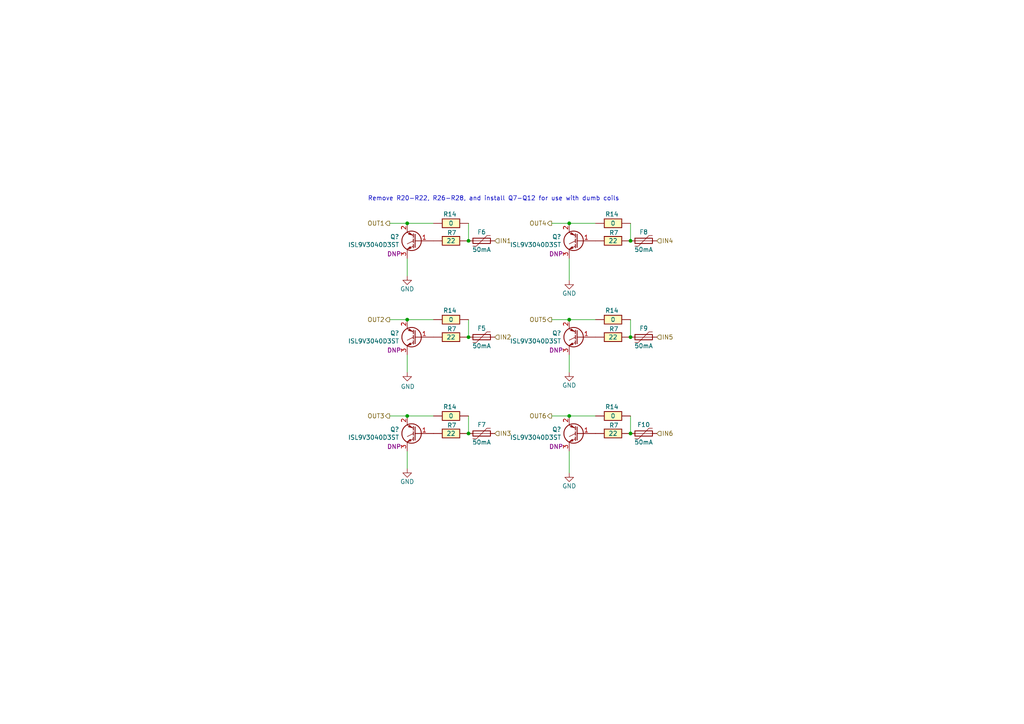
<source format=kicad_sch>
(kicad_sch (version 20250114) (generator "eeschema") (generator_version "9.0")
  (paper "A4")
  (title_block (title "UAEFI") (date "2024-08-15") (rev "D") (company "rusEFI.com"))
  (lib_symbols
    (symbol "Device:Polyfuse" (pin_numbers (hide yes)) (pin_names (offset 0))
      (property "Reference" "F" (at -2.54 0 90))
      (property "Value" "Polyfuse" (at 2.54 0 90))
      (symbol "Polyfuse_0_1"
        (polyline (pts (xy -1.524 2.54) (xy -1.524 1.524) (xy 1.524 -1.524) (xy 1.524 -2.54)))
        (rectangle (start -0.762 2.54) (end 0.762 -2.54) (stroke (width 0.254)))
        (polyline (pts (xy 0 2.54) (xy 0 -2.54)))
      )
      (symbol "Polyfuse_1_1"
        (pin passive line (at 0 3.81 270) (length 1.27) (name "~") (number "1"))
        (pin passive line (at 0 -3.81 90) (length 1.27) (name "~") (number "2"))
      )
    )
    (symbol "Device:Q_NIGBT_GCE" (pin_names (offset 0) (hide yes))
      (property "Reference" "Q" (at 5.08 1.27 0))
      (property "Value" "Q_NIGBT_GCE" (at 5.08 -1.27 0))
      (symbol "Q_NIGBT_GCE_0_1"
        (polyline (pts (xy 0.254 1.905) (xy 0.254 -1.905) (xy 0.254 -1.905)) (stroke (width 0.254)))
        (polyline (pts (xy 0.762 2.032) (xy 0.762 1.016)) (stroke (width 0.254)))
        (polyline (pts (xy 0.762 0.508) (xy 0.762 -0.508)) (stroke (width 0.254)))
        (polyline (pts (xy 0.762 -1.016) (xy 0.762 -2.032)) (stroke (width 0.254)))
        (circle (center 1.27 0) (radius 2.8194) (stroke (width 0.254)))
        (polyline (pts (xy 1.397 -2.159) (xy 1.651 -1.651) (xy 2.54 -2.413) (xy 1.397 -2.159)) (fill (type outline)))
        (polyline (pts (xy 2.159 1.905) (xy 1.905 2.413) (xy 1.016 1.651) (xy 2.159 1.905)) (fill (type outline)))
        (polyline (pts (xy 2.54 2.413) (xy 0.762 1.524)))
        (polyline (pts (xy 2.54 -0.889) (xy 0.762 0)))
        (polyline (pts (xy 2.54 -2.413) (xy 0.762 -1.524)))
      )
      (symbol "Q_NIGBT_GCE_1_1"
        (pin input line (at -5.08 0 0) (length 5.334) (name "G") (number "1"))
        (pin passive line (at 2.54 5.08 270) (length 2.54) (name "C") (number "2"))
        (pin passive line (at 2.54 -5.08 90) (length 2.54) (name "E") (number "3"))
      )
    )
    (symbol "hellen-one-common:Res" (pin_numbers (hide yes))
      (property "Reference" "R" (at 3.81 2.54 0))
      (property "Value" "Res" (at 5.08 -2.54 0))
      (symbol "Res_1_0"
        (rectangle (start 2.54 -1.27) (end 7.62 1.27) (stroke (width 0.254)) (fill (type background)))
        (pin passive line (at 0 0 0) (length 2.54) (name "") (number "1"))
        (pin passive line (at 10.16 0 180) (length 2.54) (name "") (number "2"))
      )
    )
    (symbol "power:GND" (power) (pin_names (offset 0))
      (property "Value" "GND" (at 0 -3.81 0))
      (symbol "GND_0_1"
        (polyline (pts (xy 0 0) (xy 0 -1.27) (xy 1.27 -1.27) (xy 0 -2.54) (xy -1.27 -1.27) (xy 0 -1.27)))
      )
      (symbol "GND_1_1"
        (pin power_in line (at 0 0 270) (length 0) (hide yes) (name "GND") (number "1"))
      )
    )
  )
  (text "Remove R20-R22, R26-R28, and install Q7-Q12 for use with dumb coils" (at 106.68 58.42 0) (effects (font (size 1.27 1.27)) (justify left bottom)))
  (junction (at 118.11 64.77))
  (junction (at 118.11 120.65))
  (junction (at 135.89 69.85))
  (junction (at 118.11 92.71))
  (junction (at 135.89 97.79))
  (junction (at 182.88 125.73))
  (junction (at 182.88 97.79))
  (junction (at 165.1 64.77))
  (junction (at 182.88 69.85))
  (junction (at 165.1 120.65))
  (junction (at 165.1 92.71))
  (junction (at 135.89 125.73))
  (wire (pts (xy 182.88 64.77) (xy 182.88 69.85)))
  (wire (pts (xy 160.02 64.77) (xy 165.1 64.77)))
  (wire (pts (xy 118.11 102.87) (xy 118.11 107.95)))
  (wire (pts (xy 113.03 120.65) (xy 118.11 120.65)))
  (wire (pts (xy 118.11 74.93) (xy 118.11 80.01)))
  (wire (pts (xy 165.1 130.81) (xy 165.1 137.16)))
  (wire (pts (xy 160.02 92.71) (xy 165.1 92.71)))
  (wire (pts (xy 165.1 74.93) (xy 165.1 81.28)))
  (wire (pts (xy 165.1 102.87) (xy 165.1 107.95)))
  (wire (pts (xy 135.89 92.71) (xy 135.89 97.79)))
  (wire (pts (xy 165.1 64.77) (xy 172.72 64.77)))
  (wire (pts (xy 135.89 120.65) (xy 135.89 125.73)))
  (wire (pts (xy 165.1 120.65) (xy 172.72 120.65)))
  (wire (pts (xy 118.11 120.65) (xy 125.73 120.65)))
  (wire (pts (xy 113.03 64.77) (xy 118.11 64.77)))
  (wire (pts (xy 118.11 92.71) (xy 125.73 92.71)))
  (wire (pts (xy 165.1 92.71) (xy 172.72 92.71)))
  (wire (pts (xy 160.02 120.65) (xy 165.1 120.65)))
  (wire (pts (xy 182.88 92.71) (xy 182.88 97.79)))
  (wire (pts (xy 182.88 120.65) (xy 182.88 125.73)))
  (wire (pts (xy 118.11 130.81) (xy 118.11 135.89)))
  (wire (pts (xy 118.11 64.77) (xy 125.73 64.77)))
  (wire (pts (xy 113.03 92.71) (xy 118.11 92.71)))
  (wire (pts (xy 135.89 64.77) (xy 135.89 69.85)))
  (hierarchical_label "IN5" (shape input) (at 190.5 97.79 0))
  (hierarchical_label "OUT1" (shape output) (at 113.03 64.77 180))
  (hierarchical_label "OUT3" (shape output) (at 113.03 120.65 180))
  (hierarchical_label "IN2" (shape input) (at 143.51 97.79 0))
  (hierarchical_label "IN6" (shape input) (at 190.5 125.73 0))
  (hierarchical_label "OUT6" (shape output) (at 160.02 120.65 180))
  (hierarchical_label "OUT5" (shape output) (at 160.02 92.71 180))
  (hierarchical_label "OUT2" (shape output) (at 113.03 92.71 180))
  (hierarchical_label "IN3" (shape input) (at 143.51 125.73 0))
  (hierarchical_label "IN1" (shape input) (at 143.51 69.85 0))
  (hierarchical_label "OUT4" (shape output) (at 160.02 64.77 180))
  (hierarchical_label "IN4" (shape input) (at 190.5 69.85 0))
  (symbol (lib_id "Device:Q_NIGBT_GCE") (at 120.65 125.73 0) (mirror y) (unit 1)
    (property "Reference" "Q9" (at 115.7986 124.5616 0) (effects (justify left)))
    (property "Value" "ISL9V3040D3ST" (at 115.7986 126.873 0) (effects (justify left)))
    (property "Footprint" "Package_TO_SOT_SMD:TO-252-2" (effects (hide yes)))
    (property "MyComment" "DNP" (at 114.3 129.54 0))
    (instances (project "hellen-hyundai-pb-154" (path "" (reference "Q?") (unit 1)) (path "" (reference "Q?") (unit 1))) (project "DUMB_COILS4" (path "" (reference "Q?") (unit 1))) (project "uaefi" (path "" (reference "Q9") (unit 1))) (project "ign_quad" (path "" (reference "Q?") (unit 1))))
  )
  (symbol (lib_id "hellen-one-common:Res") (at 182.88 92.71 0) (mirror y) (unit 1)
    (property "Reference" "R27" (at 177.4796 90.0653 0))
    (property "Value" "0" (at 177.8 92.71 0))
    (property "Footprint" "Resistor_SMD:R_2512_6332Metric" (effects (hide yes)))
    (property "LCSC" "C25469" (effects (hide yes)))
    (instances (project "proteus81harley" (path "" (reference "R14") (unit 1))) (project "uaefi" (path "" (reference "R27") (unit 1))))
  )
  (symbol (lib_id "Device:Polyfuse") (at 186.69 125.73 90) (unit 1)
    (property "Reference" "F10" (at 186.69 123.19 90))
    (property "Value" "50mA" (at 186.69 128.27 90))
    (property "Footprint" "Fuse:Fuse_0603_1608Metric" (effects (hide yes)))
    (property "LCSC" "C369141" (effects (hide yes)))
  )
  (symbol (lib_id "hellen-one-common:Res") (at 125.73 69.85 0) (mirror x) (unit 1)
    (property "Reference" "R17" (at 131.052 67.5018 0))
    (property "Value" "22" (at 130.81 69.85 0))
    (property "Footprint" "hellen-one-common:R0603" (effects (hide yes)))
    (property "LCSC" "C23345" (effects (hide yes)))
    (instances (project "proteus81harley" (path "" (reference "R7") (unit 1))) (project "uaefi" (path "" (reference "R17") (unit 1))))
  )
  (symbol (lib_id "hellen-one-common:Res") (at 182.88 64.77 0) (mirror y) (unit 1)
    (property "Reference" "R26" (at 177.4796 62.1253 0))
    (property "Value" "0" (at 177.8 64.77 0))
    (property "Footprint" "Resistor_SMD:R_2512_6332Metric" (effects (hide yes)))
    (property "LCSC" "C25469" (effects (hide yes)))
    (instances (project "proteus81harley" (path "" (reference "R14") (unit 1))) (project "uaefi" (path "" (reference "R26") (unit 1))))
  )
  (symbol (lib_id "hellen-one-common:Res") (at 172.72 125.73 0) (mirror x) (unit 1)
    (property "Reference" "R25" (at 178.042 123.3818 0))
    (property "Value" "22" (at 177.8 125.73 0))
    (property "Footprint" "hellen-one-common:R0603" (effects (hide yes)))
    (property "LCSC" "C23345" (effects (hide yes)))
    (instances (project "proteus81harley" (path "" (reference "R7") (unit 1))) (project "uaefi" (path "" (reference "R25") (unit 1))))
  )
  (symbol (lib_id "hellen-one-common:Res") (at 125.73 97.79 0) (mirror x) (unit 1)
    (property "Reference" "R18" (at 131.052 95.4418 0))
    (property "Value" "22" (at 130.81 97.79 0))
    (property "Footprint" "hellen-one-common:R0603" (effects (hide yes)))
    (property "LCSC" "C23345" (effects (hide yes)))
    (instances (project "proteus81harley" (path "" (reference "R7") (unit 1))) (project "uaefi" (path "" (reference "R18") (unit 1))))
  )
  (symbol (lib_id "power:GND") (at 118.11 135.89 0) (unit 1)
    (property "Reference" "#PWR0101" (effects (hide yes)))
    (property "Value" "GND" (at 118.11 139.7 0))
    (instances (project "hellen-hyundai-pb-154" (path "" (reference "#PWR?") (unit 1)) (path "" (reference "#PWR?") (unit 1))) (project "DUMB_COILS4" (path "" (reference "#PWR?") (unit 1))) (project "uaefi" (path "" (reference "#PWR0101") (unit 1))) (project "ign_quad" (path "" (reference "#PWR?") (unit 1))))
  )
  (symbol (lib_id "hellen-one-common:Res") (at 135.89 64.77 0) (mirror y) (unit 1)
    (property "Reference" "R20" (at 130.4896 62.1253 0))
    (property "Value" "0" (at 130.81 64.77 0))
    (property "Footprint" "Resistor_SMD:R_2512_6332Metric" (effects (hide yes)))
    (property "LCSC" "C25469" (effects (hide yes)))
    (instances (project "proteus81harley" (path "" (reference "R14") (unit 1))) (project "uaefi" (path "" (reference "R20") (unit 1))))
  )
  (symbol (lib_id "Device:Polyfuse") (at 186.69 97.79 90) (unit 1)
    (property "Reference" "F9" (at 186.69 95.25 90))
    (property "Value" "50mA" (at 186.69 100.33 90))
    (property "Footprint" "Fuse:Fuse_0603_1608Metric" (effects (hide yes)))
    (property "LCSC" "C369141" (effects (hide yes)))
  )
  (symbol (lib_id "Device:Q_NIGBT_GCE") (at 120.65 69.85 0) (mirror y) (unit 1)
    (property "Reference" "Q7" (at 115.7986 68.6816 0) (effects (justify left)))
    (property "Value" "ISL9V3040D3ST" (at 115.7986 70.993 0) (effects (justify left)))
    (property "Footprint" "Package_TO_SOT_SMD:TO-252-2" (effects (hide yes)))
    (property "MyComment" "DNP" (at 114.3 73.66 0))
    (instances (project "hellen-hyundai-pb-154" (path "" (reference "Q?") (unit 1)) (path "" (reference "Q?") (unit 1))) (project "DUMB_COILS4" (path "" (reference "Q?") (unit 1))) (project "uaefi" (path "" (reference "Q7") (unit 1))) (project "ign_quad" (path "" (reference "Q?") (unit 1))))
  )
  (symbol (lib_id "power:GND") (at 165.1 137.16 0) (unit 1)
    (property "Reference" "#PWR0104" (effects (hide yes)))
    (property "Value" "GND" (at 165.1 140.97 0))
    (instances (project "hellen-hyundai-pb-154" (path "" (reference "#PWR?") (unit 1)) (path "" (reference "#PWR?") (unit 1))) (project "DUMB_COILS4" (path "" (reference "#PWR?") (unit 1))) (project "uaefi" (path "" (reference "#PWR0104") (unit 1))) (project "ign_quad" (path "" (reference "#PWR?") (unit 1))))
  )
  (symbol (lib_id "hellen-one-common:Res") (at 125.73 125.73 0) (mirror x) (unit 1)
    (property "Reference" "R19" (at 131.052 123.3818 0))
    (property "Value" "22" (at 130.81 125.73 0))
    (property "Footprint" "hellen-one-common:R0603" (effects (hide yes)))
    (property "LCSC" "C23345" (effects (hide yes)))
    (instances (project "proteus81harley" (path "" (reference "R7") (unit 1))) (project "uaefi" (path "" (reference "R19") (unit 1))))
  )
  (symbol (lib_id "Device:Q_NIGBT_GCE") (at 120.65 97.79 0) (mirror y) (unit 1)
    (property "Reference" "Q8" (at 115.7986 96.6216 0) (effects (justify left)))
    (property "Value" "ISL9V3040D3ST" (at 115.7986 98.933 0) (effects (justify left)))
    (property "Footprint" "Package_TO_SOT_SMD:TO-252-2" (effects (hide yes)))
    (property "MyComment" "DNP" (at 114.3 101.6 0))
    (instances (project "hellen-hyundai-pb-154" (path "" (reference "Q?") (unit 1)) (path "" (reference "Q?") (unit 1))) (project "DUMB_COILS4" (path "" (reference "Q?") (unit 1))) (project "uaefi" (path "" (reference "Q8") (unit 1))) (project "ign_quad" (path "" (reference "Q?") (unit 1))))
  )
  (symbol (lib_id "power:GND") (at 118.11 80.01 0) (unit 1)
    (property "Reference" "#PWR099" (effects (hide yes)))
    (property "Value" "GND" (at 118.11 83.82 0))
    (instances (project "hellen-hyundai-pb-154" (path "" (reference "#PWR?") (unit 1)) (path "" (reference "#PWR?") (unit 1))) (project "DUMB_COILS4" (path "" (reference "#PWR?") (unit 1))) (project "uaefi" (path "" (reference "#PWR099") (unit 1))) (project "ign_quad" (path "" (reference "#PWR?") (unit 1))))
  )
  (symbol (lib_id "Device:Polyfuse") (at 139.7 69.85 90) (unit 1)
    (property "Reference" "F6" (at 139.7 67.31 90))
    (property "Value" "50mA" (at 139.7 72.39 90))
    (property "Footprint" "Fuse:Fuse_0603_1608Metric" (effects (hide yes)))
    (property "LCSC" "C369141" (effects (hide yes)))
  )
  (symbol (lib_id "Device:Q_NIGBT_GCE") (at 167.64 69.85 0) (mirror y) (unit 1)
    (property "Reference" "Q10" (at 162.7886 68.6816 0) (effects (justify left)))
    (property "Value" "ISL9V3040D3ST" (at 162.7886 70.993 0) (effects (justify left)))
    (property "Footprint" "Package_TO_SOT_SMD:TO-252-2" (effects (hide yes)))
    (property "MyComment" "DNP" (at 161.29 73.66 0))
    (instances (project "hellen-hyundai-pb-154" (path "" (reference "Q?") (unit 1)) (path "" (reference "Q?") (unit 1))) (project "DUMB_COILS4" (path "" (reference "Q?") (unit 1))) (project "uaefi" (path "" (reference "Q10") (unit 1))) (project "ign_quad" (path "" (reference "Q?") (unit 1))))
  )
  (symbol (lib_id "hellen-one-common:Res") (at 172.72 97.79 0) (mirror x) (unit 1)
    (property "Reference" "R24" (at 178.042 95.4418 0))
    (property "Value" "22" (at 177.8 97.79 0))
    (property "Footprint" "hellen-one-common:R0603" (effects (hide yes)))
    (property "LCSC" "C23345" (effects (hide yes)))
    (instances (project "proteus81harley" (path "" (reference "R7") (unit 1))) (project "uaefi" (path "" (reference "R24") (unit 1))))
  )
  (symbol (lib_id "Device:Polyfuse") (at 139.7 97.79 90) (unit 1)
    (property "Reference" "F5" (at 139.7 95.25 90))
    (property "Value" "50mA" (at 139.7 100.33 90))
    (property "Footprint" "Fuse:Fuse_0603_1608Metric" (effects (hide yes)))
    (property "LCSC" "C369141" (effects (hide yes)))
  )
  (symbol (lib_id "Device:Q_NIGBT_GCE") (at 167.64 125.73 0) (mirror y) (unit 1)
    (property "Reference" "Q12" (at 162.7886 124.5616 0) (effects (justify left)))
    (property "Value" "ISL9V3040D3ST" (at 162.7886 126.873 0) (effects (justify left)))
    (property "Footprint" "Package_TO_SOT_SMD:TO-252-2" (effects (hide yes)))
    (property "MyComment" "DNP" (at 161.29 129.54 0))
    (instances (project "hellen-hyundai-pb-154" (path "" (reference "Q?") (unit 1)) (path "" (reference "Q?") (unit 1))) (project "DUMB_COILS4" (path "" (reference "Q?") (unit 1))) (project "uaefi" (path "" (reference "Q12") (unit 1))) (project "ign_quad" (path "" (reference "Q?") (unit 1))))
  )
  (symbol (lib_id "hellen-one-common:Res") (at 182.88 120.65 0) (mirror y) (unit 1)
    (property "Reference" "R28" (at 177.4796 118.0053 0))
    (property "Value" "0" (at 177.8 120.65 0))
    (property "Footprint" "Resistor_SMD:R_2512_6332Metric" (effects (hide yes)))
    (property "LCSC" "C25469" (effects (hide yes)))
    (instances (project "proteus81harley" (path "" (reference "R14") (unit 1))) (project "uaefi" (path "" (reference "R28") (unit 1))))
  )
  (symbol (lib_id "power:GND") (at 165.1 81.28 0) (unit 1)
    (property "Reference" "#PWR0102" (effects (hide yes)))
    (property "Value" "GND" (at 165.1 85.09 0))
    (instances (project "hellen-hyundai-pb-154" (path "" (reference "#PWR?") (unit 1)) (path "" (reference "#PWR?") (unit 1))) (project "DUMB_COILS4" (path "" (reference "#PWR?") (unit 1))) (project "uaefi" (path "" (reference "#PWR0102") (unit 1))) (project "ign_quad" (path "" (reference "#PWR?") (unit 1))))
  )
  (symbol (lib_id "hellen-one-common:Res") (at 135.89 92.71 0) (mirror y) (unit 1)
    (property "Reference" "R21" (at 130.4896 90.0653 0))
    (property "Value" "0" (at 130.81 92.71 0))
    (property "Footprint" "Resistor_SMD:R_2512_6332Metric" (effects (hide yes)))
    (property "LCSC" "C25469" (effects (hide yes)))
    (instances (project "proteus81harley" (path "" (reference "R14") (unit 1))) (project "uaefi" (path "" (reference "R21") (unit 1))))
  )
  (symbol (lib_id "hellen-one-common:Res") (at 172.72 69.85 0) (mirror x) (unit 1)
    (property "Reference" "R23" (at 178.042 67.5018 0))
    (property "Value" "22" (at 177.8 69.85 0))
    (property "Footprint" "hellen-one-common:R0603" (effects (hide yes)))
    (property "LCSC" "C23345" (effects (hide yes)))
    (instances (project "proteus81harley" (path "" (reference "R7") (unit 1))) (project "uaefi" (path "" (reference "R23") (unit 1))))
  )
  (symbol (lib_id "power:GND") (at 165.1 107.95 0) (unit 1)
    (property "Reference" "#PWR0103" (effects (hide yes)))
    (property "Value" "GND" (at 165.1 111.76 0))
    (instances (project "hellen-hyundai-pb-154" (path "" (reference "#PWR?") (unit 1)) (path "" (reference "#PWR?") (unit 1))) (project "DUMB_COILS4" (path "" (reference "#PWR?") (unit 1))) (project "uaefi" (path "" (reference "#PWR0103") (unit 1))) (project "ign_quad" (path "" (reference "#PWR?") (unit 1))))
  )
  (symbol (lib_id "power:GND") (at 118.11 107.95 0) (unit 1)
    (property "Reference" "#PWR0100" (effects (hide yes)))
    (property "Value" "GND" (at 118.2594 112.121 0))
    (instances (project "hellen-hyundai-pb-154" (path "" (reference "#PWR?") (unit 1)) (path "" (reference "#PWR?") (unit 1))) (project "DUMB_COILS4" (path "" (reference "#PWR?") (unit 1))) (project "uaefi" (path "" (reference "#PWR0100") (unit 1))) (project "ign_quad" (path "" (reference "#PWR?") (unit 1))))
  )
  (symbol (lib_id "hellen-one-common:Res") (at 135.89 120.65 0) (mirror y) (unit 1)
    (property "Reference" "R22" (at 130.4896 118.0053 0))
    (property "Value" "0" (at 130.81 120.65 0))
    (property "Footprint" "Resistor_SMD:R_2512_6332Metric" (effects (hide yes)))
    (property "LCSC" "C25469" (effects (hide yes)))
    (instances (project "proteus81harley" (path "" (reference "R14") (unit 1))) (project "uaefi" (path "" (reference "R22") (unit 1))))
  )
  (symbol (lib_id "Device:Q_NIGBT_GCE") (at 167.64 97.79 0) (mirror y) (unit 1)
    (property "Reference" "Q11" (at 162.7886 96.6216 0) (effects (justify left)))
    (property "Value" "ISL9V3040D3ST" (at 162.7886 98.933 0) (effects (justify left)))
    (property "Footprint" "Package_TO_SOT_SMD:TO-252-2" (effects (hide yes)))
    (property "MyComment" "DNP" (at 161.29 101.6 0))
    (instances (project "hellen-hyundai-pb-154" (path "" (reference "Q?") (unit 1)) (path "" (reference "Q?") (unit 1))) (project "DUMB_COILS4" (path "" (reference "Q?") (unit 1))) (project "uaefi" (path "" (reference "Q11") (unit 1))) (project "ign_quad" (path "" (reference "Q?") (unit 1))))
  )
  (symbol (lib_id "Device:Polyfuse") (at 186.69 69.85 90) (unit 1)
    (property "Reference" "F8" (at 186.69 67.31 90))
    (property "Value" "50mA" (at 186.69 72.39 90))
    (property "Footprint" "Fuse:Fuse_0603_1608Metric" (effects (hide yes)))
    (property "LCSC" "C369141" (effects (hide yes)))
  )
  (symbol (lib_id "Device:Polyfuse") (at 139.7 125.73 90) (unit 1)
    (property "Reference" "F7" (at 139.7 123.19 90))
    (property "Value" "50mA" (at 139.7 128.27 90))
    (property "Footprint" "Fuse:Fuse_0603_1608Metric" (effects (hide yes)))
    (property "LCSC" "C369141" (effects (hide yes)))
  )
)
</source>
